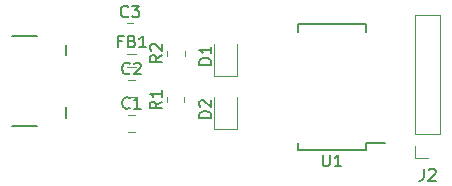
<source format=gto>
%TF.GenerationSoftware,KiCad,Pcbnew,(5.1.8)-1*%
%TF.CreationDate,2021-01-30T22:15:32+07:00*%
%TF.ProjectId,TTL232,54544c32-3332-42e6-9b69-6361645f7063,rev?*%
%TF.SameCoordinates,Original*%
%TF.FileFunction,Legend,Top*%
%TF.FilePolarity,Positive*%
%FSLAX46Y46*%
G04 Gerber Fmt 4.6, Leading zero omitted, Abs format (unit mm)*
G04 Created by KiCad (PCBNEW (5.1.8)-1) date 2021-01-30 22:15:32*
%MOMM*%
%LPD*%
G01*
G04 APERTURE LIST*
%ADD10C,0.150000*%
%ADD11C,0.120000*%
%ADD12C,0.203200*%
G04 APERTURE END LIST*
D10*
%TO.C,U1*%
X157815000Y-69206000D02*
X157815000Y-68631000D01*
X152065000Y-69206000D02*
X152065000Y-68556000D01*
X152065000Y-58556000D02*
X152065000Y-59206000D01*
X157815000Y-58556000D02*
X157815000Y-59206000D01*
X157815000Y-69206000D02*
X152065000Y-69206000D01*
X157815000Y-58556000D02*
X152065000Y-58556000D01*
X157815000Y-68631000D02*
X159415000Y-68631000D01*
D11*
%TO.C,R2*%
X141019000Y-61219064D02*
X141019000Y-60764936D01*
X142489000Y-61219064D02*
X142489000Y-60764936D01*
%TO.C,R1*%
X140997000Y-65147564D02*
X140997000Y-64693436D01*
X142467000Y-65147564D02*
X142467000Y-64693436D01*
%TO.C,J2*%
X164128000Y-67834000D02*
X162008000Y-67834000D01*
X164128000Y-67834000D02*
X164128000Y-57774000D01*
X164128000Y-57774000D02*
X162008000Y-57774000D01*
X162008000Y-67834000D02*
X162008000Y-57774000D01*
X162008000Y-69894000D02*
X162008000Y-68834000D01*
X163068000Y-69894000D02*
X162008000Y-69894000D01*
D12*
%TO.C,J1*%
X129956560Y-67172840D02*
X127861060Y-67172840D01*
X132458460Y-65572640D02*
X132458460Y-66471800D01*
X132458460Y-60274200D02*
X132458460Y-61173360D01*
X127861060Y-59573160D02*
X129956560Y-59573160D01*
D11*
%TO.C,FB1*%
X137602878Y-61035000D02*
X138402122Y-61035000D01*
X137602878Y-62155000D02*
X138402122Y-62155000D01*
%TO.C,D2*%
X144963000Y-64737500D02*
X144963000Y-67422500D01*
X144963000Y-67422500D02*
X146883000Y-67422500D01*
X146883000Y-67422500D02*
X146883000Y-64737500D01*
%TO.C,D1*%
X144963000Y-60214000D02*
X144963000Y-62899000D01*
X144963000Y-62899000D02*
X146883000Y-62899000D01*
X146883000Y-62899000D02*
X146883000Y-60214000D01*
%TO.C,C3*%
X137599748Y-58447000D02*
X138122252Y-58447000D01*
X137599748Y-59917000D02*
X138122252Y-59917000D01*
%TO.C,C2*%
X137726748Y-63273000D02*
X138249252Y-63273000D01*
X137726748Y-64743000D02*
X138249252Y-64743000D01*
%TO.C,C1*%
X137726748Y-66194000D02*
X138249252Y-66194000D01*
X137726748Y-67664000D02*
X138249252Y-67664000D01*
%TO.C,U1*%
D10*
X154178095Y-69583380D02*
X154178095Y-70392904D01*
X154225714Y-70488142D01*
X154273333Y-70535761D01*
X154368571Y-70583380D01*
X154559047Y-70583380D01*
X154654285Y-70535761D01*
X154701904Y-70488142D01*
X154749523Y-70392904D01*
X154749523Y-69583380D01*
X155749523Y-70583380D02*
X155178095Y-70583380D01*
X155463809Y-70583380D02*
X155463809Y-69583380D01*
X155368571Y-69726238D01*
X155273333Y-69821476D01*
X155178095Y-69869095D01*
%TO.C,R2*%
X140556380Y-61158666D02*
X140080190Y-61492000D01*
X140556380Y-61730095D02*
X139556380Y-61730095D01*
X139556380Y-61349142D01*
X139604000Y-61253904D01*
X139651619Y-61206285D01*
X139746857Y-61158666D01*
X139889714Y-61158666D01*
X139984952Y-61206285D01*
X140032571Y-61253904D01*
X140080190Y-61349142D01*
X140080190Y-61730095D01*
X139651619Y-60777714D02*
X139604000Y-60730095D01*
X139556380Y-60634857D01*
X139556380Y-60396761D01*
X139604000Y-60301523D01*
X139651619Y-60253904D01*
X139746857Y-60206285D01*
X139842095Y-60206285D01*
X139984952Y-60253904D01*
X140556380Y-60825333D01*
X140556380Y-60206285D01*
%TO.C,R1*%
X140534380Y-65087166D02*
X140058190Y-65420500D01*
X140534380Y-65658595D02*
X139534380Y-65658595D01*
X139534380Y-65277642D01*
X139582000Y-65182404D01*
X139629619Y-65134785D01*
X139724857Y-65087166D01*
X139867714Y-65087166D01*
X139962952Y-65134785D01*
X140010571Y-65182404D01*
X140058190Y-65277642D01*
X140058190Y-65658595D01*
X140534380Y-64134785D02*
X140534380Y-64706214D01*
X140534380Y-64420500D02*
X139534380Y-64420500D01*
X139677238Y-64515738D01*
X139772476Y-64610976D01*
X139820095Y-64706214D01*
%TO.C,J2*%
X162734666Y-70786380D02*
X162734666Y-71500666D01*
X162687047Y-71643523D01*
X162591809Y-71738761D01*
X162448952Y-71786380D01*
X162353714Y-71786380D01*
X163163238Y-70881619D02*
X163210857Y-70834000D01*
X163306095Y-70786380D01*
X163544190Y-70786380D01*
X163639428Y-70834000D01*
X163687047Y-70881619D01*
X163734666Y-70976857D01*
X163734666Y-71072095D01*
X163687047Y-71214952D01*
X163115619Y-71786380D01*
X163734666Y-71786380D01*
%TO.C,FB1*%
X137169166Y-59973571D02*
X136835833Y-59973571D01*
X136835833Y-60497380D02*
X136835833Y-59497380D01*
X137312023Y-59497380D01*
X138026309Y-59973571D02*
X138169166Y-60021190D01*
X138216785Y-60068809D01*
X138264404Y-60164047D01*
X138264404Y-60306904D01*
X138216785Y-60402142D01*
X138169166Y-60449761D01*
X138073928Y-60497380D01*
X137692976Y-60497380D01*
X137692976Y-59497380D01*
X138026309Y-59497380D01*
X138121547Y-59545000D01*
X138169166Y-59592619D01*
X138216785Y-59687857D01*
X138216785Y-59783095D01*
X138169166Y-59878333D01*
X138121547Y-59925952D01*
X138026309Y-59973571D01*
X137692976Y-59973571D01*
X139216785Y-60497380D02*
X138645357Y-60497380D01*
X138931071Y-60497380D02*
X138931071Y-59497380D01*
X138835833Y-59640238D01*
X138740595Y-59735476D01*
X138645357Y-59783095D01*
%TO.C,D2*%
X144725380Y-66475595D02*
X143725380Y-66475595D01*
X143725380Y-66237500D01*
X143773000Y-66094642D01*
X143868238Y-65999404D01*
X143963476Y-65951785D01*
X144153952Y-65904166D01*
X144296809Y-65904166D01*
X144487285Y-65951785D01*
X144582523Y-65999404D01*
X144677761Y-66094642D01*
X144725380Y-66237500D01*
X144725380Y-66475595D01*
X143820619Y-65523214D02*
X143773000Y-65475595D01*
X143725380Y-65380357D01*
X143725380Y-65142261D01*
X143773000Y-65047023D01*
X143820619Y-64999404D01*
X143915857Y-64951785D01*
X144011095Y-64951785D01*
X144153952Y-64999404D01*
X144725380Y-65570833D01*
X144725380Y-64951785D01*
%TO.C,D1*%
X144725380Y-61952095D02*
X143725380Y-61952095D01*
X143725380Y-61714000D01*
X143773000Y-61571142D01*
X143868238Y-61475904D01*
X143963476Y-61428285D01*
X144153952Y-61380666D01*
X144296809Y-61380666D01*
X144487285Y-61428285D01*
X144582523Y-61475904D01*
X144677761Y-61571142D01*
X144725380Y-61714000D01*
X144725380Y-61952095D01*
X144725380Y-60428285D02*
X144725380Y-60999714D01*
X144725380Y-60714000D02*
X143725380Y-60714000D01*
X143868238Y-60809238D01*
X143963476Y-60904476D01*
X144011095Y-60999714D01*
%TO.C,C3*%
X137694333Y-57859142D02*
X137646714Y-57906761D01*
X137503857Y-57954380D01*
X137408619Y-57954380D01*
X137265761Y-57906761D01*
X137170523Y-57811523D01*
X137122904Y-57716285D01*
X137075285Y-57525809D01*
X137075285Y-57382952D01*
X137122904Y-57192476D01*
X137170523Y-57097238D01*
X137265761Y-57002000D01*
X137408619Y-56954380D01*
X137503857Y-56954380D01*
X137646714Y-57002000D01*
X137694333Y-57049619D01*
X138027666Y-56954380D02*
X138646714Y-56954380D01*
X138313380Y-57335333D01*
X138456238Y-57335333D01*
X138551476Y-57382952D01*
X138599095Y-57430571D01*
X138646714Y-57525809D01*
X138646714Y-57763904D01*
X138599095Y-57859142D01*
X138551476Y-57906761D01*
X138456238Y-57954380D01*
X138170523Y-57954380D01*
X138075285Y-57906761D01*
X138027666Y-57859142D01*
%TO.C,C2*%
X137821333Y-62685142D02*
X137773714Y-62732761D01*
X137630857Y-62780380D01*
X137535619Y-62780380D01*
X137392761Y-62732761D01*
X137297523Y-62637523D01*
X137249904Y-62542285D01*
X137202285Y-62351809D01*
X137202285Y-62208952D01*
X137249904Y-62018476D01*
X137297523Y-61923238D01*
X137392761Y-61828000D01*
X137535619Y-61780380D01*
X137630857Y-61780380D01*
X137773714Y-61828000D01*
X137821333Y-61875619D01*
X138202285Y-61875619D02*
X138249904Y-61828000D01*
X138345142Y-61780380D01*
X138583238Y-61780380D01*
X138678476Y-61828000D01*
X138726095Y-61875619D01*
X138773714Y-61970857D01*
X138773714Y-62066095D01*
X138726095Y-62208952D01*
X138154666Y-62780380D01*
X138773714Y-62780380D01*
%TO.C,C1*%
X137821333Y-65606142D02*
X137773714Y-65653761D01*
X137630857Y-65701380D01*
X137535619Y-65701380D01*
X137392761Y-65653761D01*
X137297523Y-65558523D01*
X137249904Y-65463285D01*
X137202285Y-65272809D01*
X137202285Y-65129952D01*
X137249904Y-64939476D01*
X137297523Y-64844238D01*
X137392761Y-64749000D01*
X137535619Y-64701380D01*
X137630857Y-64701380D01*
X137773714Y-64749000D01*
X137821333Y-64796619D01*
X138773714Y-65701380D02*
X138202285Y-65701380D01*
X138488000Y-65701380D02*
X138488000Y-64701380D01*
X138392761Y-64844238D01*
X138297523Y-64939476D01*
X138202285Y-64987095D01*
%TD*%
M02*

</source>
